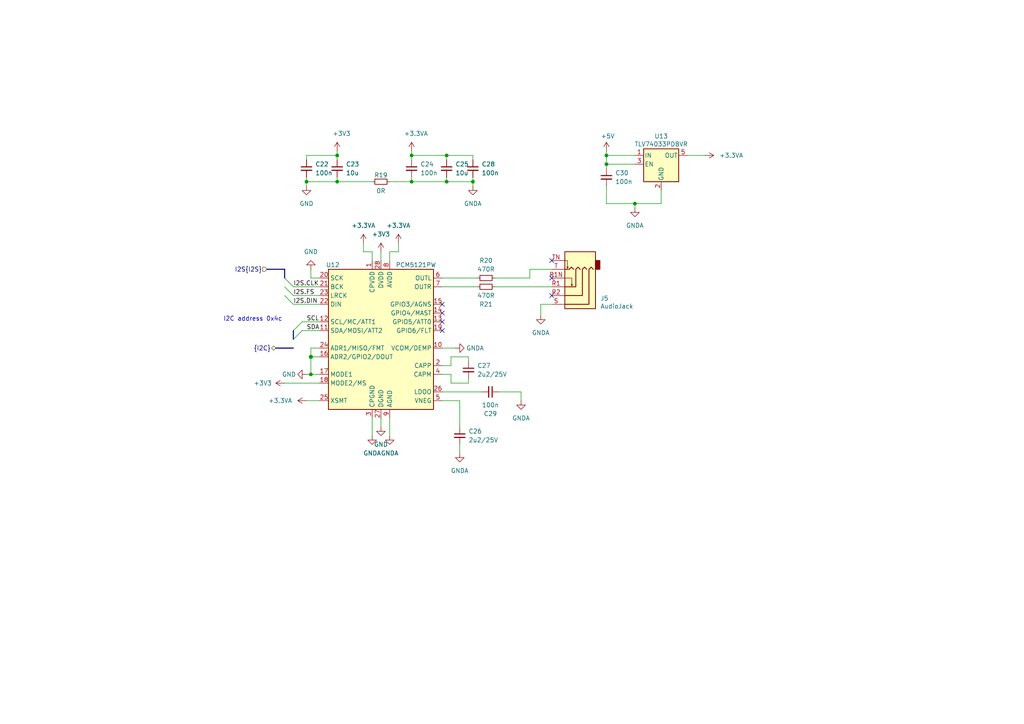
<source format=kicad_sch>
(kicad_sch (version 20210406) (generator eeschema)
  (paper "A4")
  (title_block (title "Audio") (date "2021-01-12") (rev "0.1") (company "Nabu Casa") (comment 1 "www.nabucasa.com") (comment 2 "Light Blue"))
  (lib_symbols
    (symbol "Audio:PCM5121PW"
      (property "Reference" "U" (at -13.97 21.59 0))
      (property "Value" "PCM5121PW" (at 10.16 21.59 0))
      (symbol "PCM5121PW_0_1"
        (rectangle (start -15.24 20.32) (end 15.24 -20.32) (stroke (width 0.254)) (fill (type background)))
      )
      (symbol "PCM5121PW_1_1"
        (pin power_in line (at -2.54 22.86 270) (length 2.54) (name "CPVDD") (number "1"))
        (pin bidirectional line (at 17.78 -2.54 180) (length 2.54) (name "VCOM/DEMP") (number "10"))
        (pin bidirectional line (at -17.78 2.54 0) (length 2.54) (name "SDA/MOSI/ATT2") (number "11"))
        (pin input line (at -17.78 5.08 0) (length 2.54) (name "SCL/MC/ATT1") (number "12"))
        (pin bidirectional line (at 17.78 5.08 180) (length 2.54) (name "GPIO5/ATT0") (number "13"))
        (pin bidirectional line (at 17.78 7.62 180) (length 2.54) (name "GPIO4/MAST") (number "14"))
        (pin bidirectional line (at 17.78 10.16 180) (length 2.54) (name "GPIO3/AGNS") (number "15"))
        (pin bidirectional line (at -17.78 -5.08 0) (length 2.54) (name "ADR2/GPIO2/DOUT") (number "16"))
        (pin input line (at -17.78 -10.16 0) (length 2.54) (name "MODE1") (number "17"))
        (pin input line (at -17.78 -12.7 0) (length 2.54) (name "MODE2/MS") (number "18"))
        (pin bidirectional line (at 17.78 2.54 180) (length 2.54) (name "GPIO6/FLT") (number "19"))
        (pin passive line (at 17.78 -7.62 180) (length 2.54) (name "CAPP") (number "2"))
        (pin input line (at -17.78 17.78 0) (length 2.54) (name "SCK") (number "20"))
        (pin bidirectional line (at -17.78 15.24 0) (length 2.54) (name "BCK") (number "21"))
        (pin input line (at -17.78 10.16 0) (length 2.54) (name "DIN") (number "22"))
        (pin bidirectional line (at -17.78 12.7 0) (length 2.54) (name "LRCK") (number "23"))
        (pin bidirectional line (at -17.78 -2.54 0) (length 2.54) (name "ADR1/MISO/FMT") (number "24"))
        (pin input line (at -17.78 -17.78 0) (length 2.54) (name "XSMT") (number "25"))
        (pin passive line (at 17.78 -15.24 180) (length 2.54) (name "LDOO") (number "26"))
        (pin power_in line (at 0 -22.86 90) (length 2.54) (name "DGND") (number "27"))
        (pin power_in line (at 0 22.86 270) (length 2.54) (name "DVDD") (number "28"))
        (pin power_in line (at -2.54 -22.86 90) (length 2.54) (name "CPGND") (number "3"))
        (pin passive line (at 17.78 -10.16 180) (length 2.54) (name "CAPM") (number "4"))
        (pin passive line (at 17.78 -17.78 180) (length 2.54) (name "VNEG") (number "5"))
        (pin output line (at 17.78 17.78 180) (length 2.54) (name "OUTL") (number "6"))
        (pin output line (at 17.78 15.24 180) (length 2.54) (name "OUTR") (number "7"))
        (pin power_in line (at 2.54 22.86 270) (length 2.54) (name "AVDD") (number "8"))
        (pin power_in line (at 2.54 -22.86 90) (length 2.54) (name "AGND") (number "9"))
      )
    )
    (symbol "Connector:AudioJack4_SwitchTR1"
      (property "Reference" "J" (at 0 11.43 0))
      (property "Value" "AudioJack4_SwitchTR1" (at 0 8.89 0))
      (symbol "AudioJack4_SwitchTR1_0_1"
        (rectangle (start -7.62 -5.08) (end -8.89 -7.62) (stroke (width 0.254)) (fill (type outline)))
        (rectangle (start 1.27 6.35) (end -7.62 -10.16) (stroke (width 0.254)) (fill (type background)))
        (polyline (pts (xy 1.27 -5.08) (xy 2.54 -5.08)))
        (polyline (pts (xy 1.27 2.54) (xy 2.54 2.54)))
        (polyline (pts (xy 2.54 0) (xy 1.27 0)))
        (polyline (pts (xy 2.54 5.08) (xy 1.27 5.08)))
      )
      (symbol "AudioJack4_SwitchTR1_1_1"
        (polyline (pts (xy -0.762 -0.254) (xy -0.508 -0.762)))
        (polyline (pts (xy 0.508 -5.334) (xy 0.762 -5.842)))
        (polyline (pts (xy -1.27 -5.08) (xy -0.635 -5.715) (xy 0 -5.08) (xy 1.27 -5.08)) (stroke (width 0.254)))
        (polyline (pts (xy 2.54 -7.62) (xy 0.508 -7.62) (xy 0.508 -5.334) (xy 0.254 -5.842)))
        (polyline (pts (xy 2.54 -2.54) (xy -0.762 -2.54) (xy -0.762 -0.254) (xy -1.016 -0.762)))
        (polyline (pts (xy -3.175 -5.08) (xy -2.54 -5.715) (xy -1.905 -5.08) (xy -1.905 0) (xy 1.27 0)) (stroke (width 0.254)))
        (polyline (pts (xy 1.27 2.54) (xy -3.81 2.54) (xy -3.81 -5.08) (xy -4.445 -5.715) (xy -5.08 -5.08)) (stroke (width 0.254)))
        (polyline (pts (xy 1.27 5.08) (xy -5.715 5.08) (xy -5.715 -5.08) (xy -6.35 -5.715) (xy -6.985 -5.08)) (stroke (width 0.254)))
        (pin passive line (at 5.08 0 180) (length 2.54) (name "~") (number "R1"))
        (pin passive line (at 5.08 -2.54 180) (length 2.54) (name "~") (number "R1N"))
        (pin passive line (at 5.08 2.54 180) (length 2.54) (name "~") (number "R2"))
        (pin passive line (at 5.08 5.08 180) (length 2.54) (name "~") (number "S"))
        (pin passive line (at 5.08 -5.08 180) (length 2.54) (name "~") (number "T"))
        (pin passive line (at 5.08 -7.62 180) (length 2.54) (name "~") (number "TN"))
      )
    )
    (symbol "Device:C_Small" (pin_numbers hide) (pin_names (offset 0.254) hide)
      (property "Reference" "C" (at 0.254 1.778 0))
      (property "Value" "C_Small" (at 0.254 -2.032 0))
      (symbol "C_Small_0_1"
        (polyline (pts (xy -1.524 -0.508) (xy 1.524 -0.508)) (stroke (width 0.3302)))
        (polyline (pts (xy -1.524 0.508) (xy 1.524 0.508)) (stroke (width 0.3048)))
      )
      (symbol "C_Small_1_1"
        (pin passive line (at 0 2.54 270) (length 2.032) (name "~") (number "1"))
        (pin passive line (at 0 -2.54 90) (length 2.032) (name "~") (number "2"))
      )
    )
    (symbol "Device:R_Small" (pin_numbers hide) (pin_names (offset 0.254) hide)
      (property "Reference" "R" (at 0.762 0.508 0))
      (property "Value" "R_Small" (at 0.762 -1.016 0))
      (symbol "R_Small_0_1"
        (rectangle (start -0.762 1.778) (end 0.762 -1.778) (stroke (width 0.2032)))
      )
      (symbol "R_Small_1_1"
        (pin passive line (at 0 2.54 270) (length 0.762) (name "~") (number "1"))
        (pin passive line (at 0 -2.54 90) (length 0.762) (name "~") (number "2"))
      )
    )
    (symbol "Regulator_Linear:TLV73333PDBV" (pin_names (offset 0.254))
      (property "Reference" "U" (at -3.81 5.715 0))
      (property "Value" "TLV73333PDBV" (at 0 5.715 0))
      (symbol "TLV73333PDBV_0_1"
        (rectangle (start -5.08 4.445) (end 5.08 -5.08) (stroke (width 0.254)) (fill (type background)))
      )
      (symbol "TLV73333PDBV_1_1"
        (pin power_in line (at -7.62 2.54 0) (length 2.54) (name "IN") (number "1"))
        (pin power_in line (at 0 -7.62 90) (length 2.54) (name "GND") (number "2"))
        (pin input line (at -7.62 0 0) (length 2.54) (name "EN") (number "3"))
        (pin no_connect line (at 5.08 0 180) (length 2.54) hide (name "NC") (number "4"))
        (pin power_out line (at 7.62 2.54 180) (length 2.54) (name "OUT") (number "5"))
      )
    )
    (symbol "power:+3.3V" (power) (pin_names (offset 0))
      (property "Value" "+3.3V" (at 0 3.556 0))
      (symbol "+3.3V_0_1"
        (polyline (pts (xy -0.762 1.27) (xy 0 2.54)))
        (polyline (pts (xy 0 0) (xy 0 2.54)))
        (polyline (pts (xy 0 2.54) (xy 0.762 1.27)))
      )
      (symbol "+3.3V_1_1"
        (pin power_in line (at 0 0 90) (length 0) hide (name "+3V3") (number "1"))
      )
    )
    (symbol "power:+3.3VA" (power) (pin_names (offset 0))
      (property "Value" "+3.3VA" (at 0 3.556 0))
      (symbol "+3.3VA_0_1"
        (polyline (pts (xy -0.762 1.27) (xy 0 2.54)))
        (polyline (pts (xy 0 0) (xy 0 2.54)))
        (polyline (pts (xy 0 2.54) (xy 0.762 1.27)))
      )
      (symbol "+3.3VA_1_1"
        (pin power_in line (at 0 0 90) (length 0) hide (name "+3.3VA") (number "1"))
      )
    )
    (symbol "power:+5V" (power) (pin_names (offset 0))
      (property "Value" "+5V" (at 0 3.556 0))
      (symbol "+5V_0_1"
        (polyline (pts (xy -0.762 1.27) (xy 0 2.54)))
        (polyline (pts (xy 0 0) (xy 0 2.54)))
        (polyline (pts (xy 0 2.54) (xy 0.762 1.27)))
      )
      (symbol "+5V_1_1"
        (pin power_in line (at 0 0 90) (length 0) hide (name "+5V") (number "1"))
      )
    )
    (symbol "power:GND" (power) (pin_names (offset 0))
      (property "Value" "GND" (at 0 -3.81 0))
      (symbol "GND_0_1"
        (polyline (pts (xy 0 0) (xy 0 -1.27) (xy 1.27 -1.27) (xy 0 -2.54) (xy -1.27 -1.27) (xy 0 -1.27)))
      )
      (symbol "GND_1_1"
        (pin power_in line (at 0 0 270) (length 0) hide (name "GND") (number "1"))
      )
    )
    (symbol "power:GNDA" (power) (pin_names (offset 0))
      (property "Value" "GNDA" (at 0 -3.81 0))
      (symbol "GNDA_0_1"
        (polyline (pts (xy 0 0) (xy 0 -1.27) (xy 1.27 -1.27) (xy 0 -2.54) (xy -1.27 -1.27) (xy 0 -1.27)))
      )
      (symbol "GNDA_1_1"
        (pin power_in line (at 0 0 270) (length 0) hide (name "GNDA") (number "1"))
      )
    )
  )
  (bus_alias "I2S" (members "CLK" "FS" "DIN"))
  (junction (at 88.9 52.705) (diameter 0.9144))
  (junction (at 90.17 103.505) (diameter 1.016))
  (junction (at 90.17 108.585) (diameter 0.9144))
  (junction (at 97.79 45.085) (diameter 0.9144))
  (junction (at 97.79 52.705) (diameter 0.9144))
  (junction (at 119.38 45.085) (diameter 0.9144))
  (junction (at 119.38 52.705) (diameter 0.9144))
  (junction (at 129.54 45.085) (diameter 0.9144))
  (junction (at 129.54 52.705) (diameter 0.9144))
  (junction (at 137.16 52.705) (diameter 0.9144))
  (junction (at 175.895 45.085) (diameter 0.9144))
  (junction (at 175.895 47.625) (diameter 0.9144))
  (junction (at 184.15 59.055) (diameter 0.9144))
  (no_connect (at 128.27 88.265))
  (no_connect (at 128.27 90.805))
  (no_connect (at 128.27 93.345))
  (no_connect (at 128.27 95.885))
  (no_connect (at 160.02 75.565))
  (no_connect (at 160.02 80.645))
  (no_connect (at 160.02 85.725))
  (bus_entry (at 82.55 80.645) (size 2.54 2.54) (stroke (width 0.1524)))
  (bus_entry (at 82.55 83.185) (size 2.54 2.54) (stroke (width 0.1524)))
  (bus_entry (at 82.55 85.725) (size 2.54 2.54) (stroke (width 0.1524)))
  (bus_entry (at 85.09 95.885) (size 2.54 -2.54) (stroke (width 0.1524)))
  (bus_entry (at 85.09 98.425) (size 2.54 -2.54) (stroke (width 0.1524)))
  (wire (pts (xy 82.55 111.125) (xy 92.71 111.125)))
  (wire (pts (xy 85.09 83.185) (xy 92.71 83.185)))
  (wire (pts (xy 85.09 85.725) (xy 92.71 85.725)))
  (wire (pts (xy 85.09 88.265) (xy 92.71 88.265)))
  (wire (pts (xy 87.63 93.345) (xy 92.71 93.345)))
  (wire (pts (xy 87.63 95.885) (xy 92.71 95.885)))
  (wire (pts (xy 88.9 45.085) (xy 97.79 45.085)))
  (wire (pts (xy 88.9 46.355) (xy 88.9 45.085)))
  (wire (pts (xy 88.9 51.435) (xy 88.9 52.705)))
  (wire (pts (xy 88.9 52.705) (xy 88.9 53.975)))
  (wire (pts (xy 88.9 52.705) (xy 97.79 52.705)))
  (wire (pts (xy 88.9 108.585) (xy 90.17 108.585)))
  (wire (pts (xy 88.9 116.205) (xy 92.71 116.205)))
  (wire (pts (xy 90.17 78.105) (xy 90.17 80.645)))
  (wire (pts (xy 90.17 100.965) (xy 90.17 103.505)))
  (wire (pts (xy 90.17 103.505) (xy 90.17 108.585)))
  (wire (pts (xy 92.71 80.645) (xy 90.17 80.645)))
  (wire (pts (xy 92.71 100.965) (xy 90.17 100.965)))
  (wire (pts (xy 92.71 103.505) (xy 90.17 103.505)))
  (wire (pts (xy 92.71 108.585) (xy 90.17 108.585)))
  (wire (pts (xy 97.79 43.815) (xy 97.79 45.085)))
  (wire (pts (xy 97.79 45.085) (xy 97.79 46.355)))
  (wire (pts (xy 97.79 51.435) (xy 97.79 52.705)))
  (wire (pts (xy 97.79 52.705) (xy 107.95 52.705)))
  (wire (pts (xy 105.41 73.025) (xy 105.41 70.485)))
  (wire (pts (xy 107.95 73.025) (xy 105.41 73.025)))
  (wire (pts (xy 107.95 75.565) (xy 107.95 73.025)))
  (wire (pts (xy 107.95 121.285) (xy 107.95 126.365)))
  (wire (pts (xy 110.49 75.565) (xy 110.49 73.025)))
  (wire (pts (xy 110.49 121.285) (xy 110.49 123.825)))
  (wire (pts (xy 113.03 52.705) (xy 119.38 52.705)))
  (wire (pts (xy 113.03 73.025) (xy 115.57 73.025)))
  (wire (pts (xy 113.03 75.565) (xy 113.03 73.025)))
  (wire (pts (xy 113.03 121.285) (xy 113.03 126.365)))
  (wire (pts (xy 115.57 73.025) (xy 115.57 70.485)))
  (wire (pts (xy 119.38 43.815) (xy 119.38 45.085)))
  (wire (pts (xy 119.38 45.085) (xy 119.38 46.355)))
  (wire (pts (xy 119.38 45.085) (xy 129.54 45.085)))
  (wire (pts (xy 119.38 51.435) (xy 119.38 52.705)))
  (wire (pts (xy 119.38 52.705) (xy 129.54 52.705)))
  (wire (pts (xy 128.27 80.645) (xy 138.43 80.645)))
  (wire (pts (xy 128.27 83.185) (xy 138.43 83.185)))
  (wire (pts (xy 128.27 100.965) (xy 132.08 100.965)))
  (wire (pts (xy 128.27 106.045) (xy 130.81 106.045)))
  (wire (pts (xy 128.27 108.585) (xy 130.81 108.585)))
  (wire (pts (xy 128.27 113.665) (xy 139.7 113.665)))
  (wire (pts (xy 128.27 116.205) (xy 133.35 116.205)))
  (wire (pts (xy 129.54 45.085) (xy 129.54 46.355)))
  (wire (pts (xy 129.54 52.705) (xy 129.54 51.435)))
  (wire (pts (xy 129.54 52.705) (xy 137.16 52.705)))
  (wire (pts (xy 130.81 103.505) (xy 135.89 103.505)))
  (wire (pts (xy 130.81 106.045) (xy 130.81 103.505)))
  (wire (pts (xy 130.81 108.585) (xy 130.81 111.125)))
  (wire (pts (xy 130.81 111.125) (xy 135.89 111.125)))
  (wire (pts (xy 133.35 116.205) (xy 133.35 123.825)))
  (wire (pts (xy 133.35 128.905) (xy 133.35 131.445)))
  (wire (pts (xy 135.89 103.505) (xy 135.89 104.775)))
  (wire (pts (xy 135.89 111.125) (xy 135.89 109.855)))
  (wire (pts (xy 137.16 45.085) (xy 129.54 45.085)))
  (wire (pts (xy 137.16 46.355) (xy 137.16 45.085)))
  (wire (pts (xy 137.16 51.435) (xy 137.16 52.705)))
  (wire (pts (xy 137.16 52.705) (xy 137.16 53.975)))
  (wire (pts (xy 143.51 80.645) (xy 153.67 80.645)))
  (wire (pts (xy 143.51 83.185) (xy 160.02 83.185)))
  (wire (pts (xy 144.78 113.665) (xy 151.13 113.665)))
  (wire (pts (xy 151.13 113.665) (xy 151.13 116.205)))
  (wire (pts (xy 153.67 78.105) (xy 160.02 78.105)))
  (wire (pts (xy 153.67 80.645) (xy 153.67 78.105)))
  (wire (pts (xy 156.845 88.265) (xy 160.02 88.265)))
  (wire (pts (xy 156.845 91.44) (xy 156.845 88.265)))
  (wire (pts (xy 175.895 43.815) (xy 175.895 45.085)))
  (wire (pts (xy 175.895 45.085) (xy 175.895 47.625)))
  (wire (pts (xy 175.895 45.085) (xy 184.15 45.085)))
  (wire (pts (xy 175.895 47.625) (xy 175.895 48.895)))
  (wire (pts (xy 175.895 47.625) (xy 184.15 47.625)))
  (wire (pts (xy 175.895 53.975) (xy 175.895 59.055)))
  (wire (pts (xy 175.895 59.055) (xy 184.15 59.055)))
  (wire (pts (xy 184.15 59.055) (xy 184.15 60.325)))
  (wire (pts (xy 184.15 59.055) (xy 191.77 59.055)))
  (wire (pts (xy 191.77 59.055) (xy 191.77 55.245)))
  (wire (pts (xy 199.39 45.085) (xy 204.47 45.085)))
  (bus (pts (xy 77.47 78.105) (xy 82.55 78.105)))
  (bus (pts (xy 80.01 100.965) (xy 85.09 100.965)))
  (bus (pts (xy 82.55 78.105) (xy 82.55 85.725)))
  (bus (pts (xy 85.09 95.885) (xy 85.09 100.965)))
  (text "I2C address 0x4c" (at 64.77 93.345 0) (effects (font (size 1.27 1.27)) (justify left bottom)))
  (label "I2S.CLK" (at 85.09 83.185 0))
  (label "I2S.FS" (at 85.09 85.725 0))
  (label "I2S.DIN" (at 85.09 88.265 0))
  (label "SCL" (at 88.9 93.345 0))
  (label "SDA" (at 88.9 95.885 0))
  (hierarchical_label "I2S{I2S}" (shape input) (at 77.47 78.105 180))
  (hierarchical_label "{I2C}" (shape bidirectional) (at 80.01 100.965 180))
  (symbol (lib_id "power:+3.3V") (at 82.55 111.125 90) (unit 1)
    (property "Reference" "#PWR063" (effects hide))
    (property "Value" "+3.3V" (at 76.2 111.125 90))
  )
  (symbol (lib_id "power:+3.3VA") (at 88.9 116.205 90) (unit 1)
    (property "Reference" "#PWR066" (effects hide))
    (property "Value" "+3.3VA" (at 81.28 116.205 90))
  )
  (symbol (lib_id "power:+3.3V") (at 97.79 43.815 0) (unit 1)
    (property "Reference" "#PWR068" (effects hide))
    (property "Value" "+3.3V" (at 99.06 38.735 0))
  )
  (symbol (lib_id "power:+3.3VA") (at 105.41 70.485 0) (unit 1)
    (property "Reference" "#PWR069" (effects hide))
    (property "Value" "+3.3VA" (at 105.41 65.405 0))
  )
  (symbol (lib_id "power:+3.3V") (at 110.49 73.025 0) (unit 1)
    (property "Reference" "#PWR071" (effects hide))
    (property "Value" "+3.3V" (at 110.49 67.945 0))
  )
  (symbol (lib_id "power:+3.3VA") (at 115.57 70.485 0) (unit 1)
    (property "Reference" "#PWR074" (effects hide))
    (property "Value" "+3.3VA" (at 115.57 65.405 0))
  )
  (symbol (lib_id "power:+3.3VA") (at 119.38 43.815 0) (unit 1)
    (property "Reference" "#PWR075" (effects hide))
    (property "Value" "+3.3VA" (at 120.65 38.735 0))
  )
  (symbol (lib_id "power:+5V") (at 175.895 43.815 0) (unit 1)
    (property "Reference" "#PWR081" (effects hide))
    (property "Value" "+5V" (at 176.2633 39.4906 0))
  )
  (symbol (lib_id "power:+3.3VA") (at 204.47 45.085 270) (unit 1)
    (property "Reference" "#PWR083" (effects hide))
    (property "Value" "+3.3VA" (at 212.09 45.085 90))
  )
  (symbol (lib_id "power:GND") (at 88.9 53.975 0) (unit 1)
    (property "Reference" "#PWR064" (effects hide))
    (property "Value" "GND" (at 88.9 59.055 0))
  )
  (symbol (lib_id "power:GND") (at 88.9 108.585 270) (unit 1)
    (property "Reference" "#PWR065" (effects hide))
    (property "Value" "GND" (at 83.82 108.585 90))
  )
  (symbol (lib_id "power:GND") (at 90.17 78.105 180) (unit 1)
    (property "Reference" "#PWR067" (effects hide))
    (property "Value" "GND" (at 90.17 73.025 0))
  )
  (symbol (lib_id "power:GNDA") (at 107.95 126.365 0) (unit 1)
    (property "Reference" "#PWR070" (effects hide))
    (property "Value" "GNDA" (at 107.95 131.445 0))
  )
  (symbol (lib_id "power:GND") (at 110.49 123.825 0) (unit 1)
    (property "Reference" "#PWR072" (effects hide))
    (property "Value" "GND" (at 110.49 128.905 0))
  )
  (symbol (lib_id "power:GNDA") (at 113.03 126.365 0) (unit 1)
    (property "Reference" "#PWR073" (effects hide))
    (property "Value" "GNDA" (at 113.03 131.445 0))
  )
  (symbol (lib_id "power:GNDA") (at 132.08 100.965 90) (unit 1)
    (property "Reference" "#PWR076" (effects hide))
    (property "Value" "GNDA" (at 137.795 100.965 90))
  )
  (symbol (lib_id "power:GNDA") (at 133.35 131.445 0) (unit 1)
    (property "Reference" "#PWR077" (effects hide))
    (property "Value" "GNDA" (at 133.35 136.525 0))
  )
  (symbol (lib_id "power:GNDA") (at 137.16 53.975 0) (unit 1)
    (property "Reference" "#PWR078" (effects hide))
    (property "Value" "GNDA" (at 137.16 59.055 0))
  )
  (symbol (lib_id "power:GNDA") (at 151.13 116.205 0) (unit 1)
    (property "Reference" "#PWR079" (effects hide))
    (property "Value" "GNDA" (at 151.13 121.285 0))
  )
  (symbol (lib_id "power:GNDA") (at 156.845 91.44 0) (unit 1)
    (property "Reference" "#PWR080" (effects hide))
    (property "Value" "GNDA" (at 156.845 96.52 0))
  )
  (symbol (lib_id "power:GNDA") (at 184.15 60.325 0) (unit 1)
    (property "Reference" "#PWR082" (effects hide))
    (property "Value" "GNDA" (at 184.15 65.405 0))
  )
  (symbol (lib_id "Device:R_Small") (at 110.49 52.705 270) (unit 1)
    (property "Reference" "R19" (at 110.49 50.7938 90))
    (property "Value" "0R" (at 110.49 55.353 90))
    (property "Footprint" "Resistor_SMD:R_0402_1005Metric" (effects hide))
    (property "Config" "+Audio" (effects hide))
  )
  (symbol (lib_id "Device:R_Small") (at 140.97 80.645 90) (unit 1)
    (property "Reference" "R20" (at 140.97 75.565 90))
    (property "Value" "470R" (at 140.97 78.105 90))
    (property "Footprint" "Resistor_SMD:R_0402_1005Metric" (effects hide))
    (property "Config" "+Audio" (effects hide))
  )
  (symbol (lib_id "Device:R_Small") (at 140.97 83.185 90) (unit 1)
    (property "Reference" "R21" (at 140.97 88.265 90))
    (property "Value" "470R" (at 140.97 85.725 90))
    (property "Footprint" "Resistor_SMD:R_0402_1005Metric" (effects hide))
    (property "Config" "+Audio" (effects hide))
  )
  (symbol (lib_id "Device:C_Small") (at 88.9 48.895 0) (unit 1)
    (property "Reference" "C22" (at 91.44 47.625 0) (effects (justify left)))
    (property "Value" "100n" (at 91.44 50.165 0) (effects (justify left)))
    (property "Footprint" "Capacitor_SMD:C_0402_1005Metric" (effects hide))
    (property "Config" "+Audio" (effects hide))
  )
  (symbol (lib_id "Device:C_Small") (at 97.79 48.895 0) (unit 1)
    (property "Reference" "C23" (at 100.33 47.625 0) (effects (justify left)))
    (property "Value" "10u" (at 100.33 50.165 0) (effects (justify left)))
    (property "Footprint" "Capacitor_SMD:C_0805_2012Metric" (effects hide))
    (property "Config" "+Audio" (effects hide))
  )
  (symbol (lib_id "Device:C_Small") (at 119.38 48.895 0) (unit 1)
    (property "Reference" "C24" (at 121.92 47.625 0) (effects (justify left)))
    (property "Value" "100n" (at 121.92 50.165 0) (effects (justify left)))
    (property "Footprint" "Capacitor_SMD:C_0402_1005Metric" (effects hide))
    (property "Config" "+Audio" (effects hide))
  )
  (symbol (lib_id "Device:C_Small") (at 129.54 48.895 0) (unit 1)
    (property "Reference" "C25" (at 132.08 47.625 0) (effects (justify left)))
    (property "Value" "10u" (at 132.08 50.165 0) (effects (justify left)))
    (property "Footprint" "Capacitor_SMD:C_0805_2012Metric" (effects hide))
    (property "Config" "+Audio" (effects hide))
  )
  (symbol (lib_id "Device:C_Small") (at 133.35 126.365 0) (mirror y) (unit 1)
    (property "Reference" "C26" (at 135.89 125.095 0) (effects (justify right)))
    (property "Value" "2u2/25V" (at 135.89 127.635 0) (effects (justify right)))
    (property "Footprint" "Capacitor_SMD:C_0805_2012Metric" (effects hide))
    (property "Config" "+Audio" (effects hide))
  )
  (symbol (lib_id "Device:C_Small") (at 135.89 107.315 0) (unit 1)
    (property "Reference" "C27" (at 138.43 106.045 0) (effects (justify left)))
    (property "Value" "2u2/25V" (at 138.43 108.585 0) (effects (justify left)))
    (property "Footprint" "Capacitor_SMD:C_0805_2012Metric" (effects hide))
    (property "Config" "+Audio" (effects hide))
  )
  (symbol (lib_id "Device:C_Small") (at 137.16 48.895 0) (unit 1)
    (property "Reference" "C28" (at 139.7 47.625 0) (effects (justify left)))
    (property "Value" "100n" (at 139.7 50.165 0) (effects (justify left)))
    (property "Footprint" "Capacitor_SMD:C_0402_1005Metric" (effects hide))
    (property "Config" "+Audio" (effects hide))
  )
  (symbol (lib_id "Device:C_Small") (at 142.24 113.665 270) (unit 1)
    (property "Reference" "C29" (at 142.24 120.015 90))
    (property "Value" "100n" (at 142.24 117.475 90))
    (property "Footprint" "Capacitor_SMD:C_0402_1005Metric" (effects hide))
    (property "Config" "+Audio" (effects hide))
  )
  (symbol (lib_id "Device:C_Small") (at 175.895 51.435 0) (unit 1)
    (property "Reference" "C30" (at 178.435 50.165 0) (effects (justify left)))
    (property "Value" "100n" (at 178.435 52.705 0) (effects (justify left)))
    (property "Footprint" "Capacitor_SMD:C_0402_1005Metric" (effects hide))
  )
  (symbol (lib_id "Regulator_Linear:TLV73333PDBV") (at 191.77 47.625 0) (unit 1)
    (property "Reference" "U13" (at 191.77 39.5032 0))
    (property "Value" "TLV74033PDBVR" (at 191.77 41.8019 0))
    (property "Footprint" "Package_TO_SOT_SMD:SOT-23-5" (effects hide))
    (property "Datasheet" "https://media.digikey.com/pdf/Data%20Sheets/TDK%20PDFs/TLV740P_DS.pdf" (effects hide))
    (property "Manufacturer" "Texas Instruments" (effects hide))
    (property "PartNumber" "TLV74033PDBVR" (effects hide))
    (property "Config" "+Audio" (effects hide))
  )
  (symbol (lib_id "Connector:AudioJack4_SwitchTR1") (at 165.1 83.185 180) (unit 1)
    (property "Reference" "J5" (at 174.1171 86.5314 0) (effects (justify right)))
    (property "Value" "AudioJack" (at 174.117 88.83 0) (effects (justify right)))
    (property "Footprint" "LightBlue:Jack_3.5mm_HRO_PJ-3973-6A_Horizontal" (effects hide))
    (property "Datasheet" "https://datasheet.lcsc.com/szlcsc/2009061735_Korean-Hroparts-Elec-PJ-3973-6A_C707261.pdf" (effects hide))
    (property "Manufacturer" "HRO" (effects hide))
    (property "PartNumber" "PJ-3973-6A" (effects hide))
    (property "Config" "+Audio" (effects hide))
  )
  (symbol (lib_id "Audio:PCM5121PW") (at 110.49 98.425 0) (unit 1)
    (property "Reference" "U12" (at 96.52 76.835 0))
    (property "Value" "PCM5121PW" (at 120.65 76.835 0))
    (property "Footprint" "Package_SO:TSSOP-28_4.4x9.7mm_P0.65mm" (effects hide))
    (property "Datasheet" "http://www.ti.com/lit/ds/symlink/pcm5121.pdf" (effects hide))
    (property "Manufacturer" "Texas Instruments" (effects hide))
    (property "PartNumber" "PCM5121PWR" (effects hide))
    (property "Config" "+Audio" (effects hide))
  )
)
</source>
